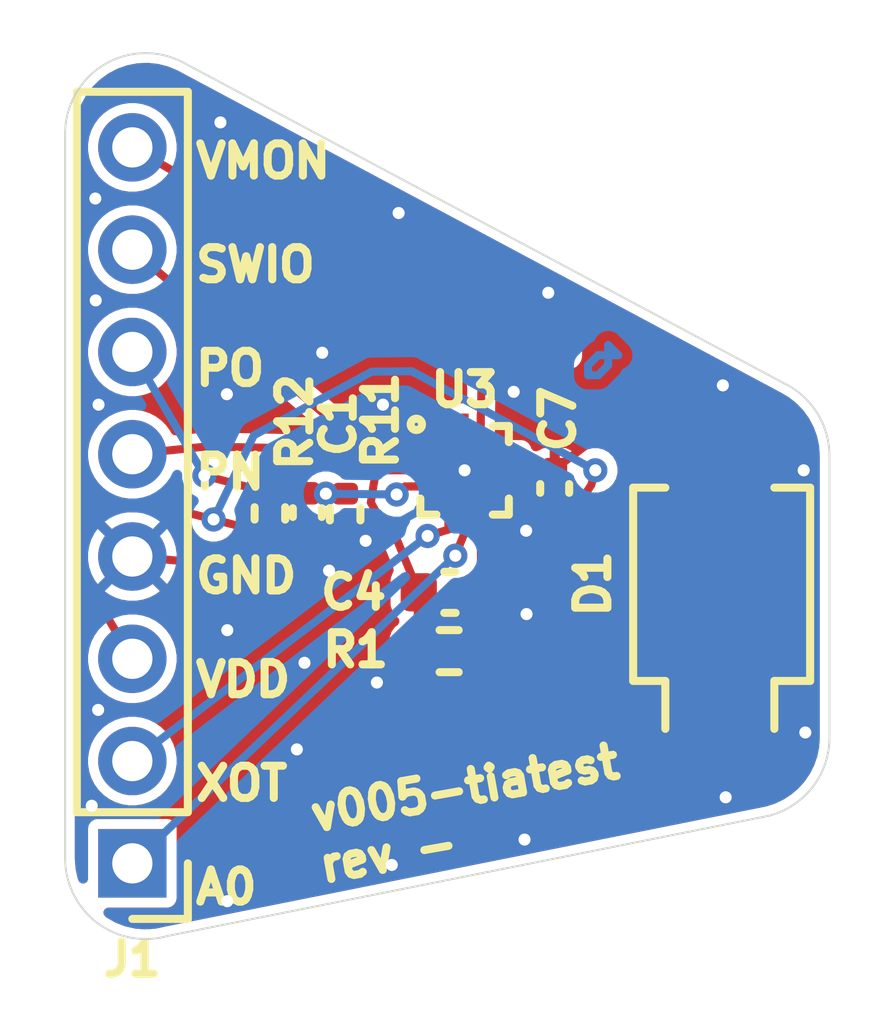
<source format=kicad_pcb>
(kicad_pcb (version 20241229) (generator "pcbnew") (generator_version "9.0")
  (layers (0 "F.Cu" signal) (2 "B.Cu" signal) (13 "F.Paste" user) (15 "B.Paste" user) (5 "F.SilkS" user "F.Silkscreen") (7 "B.SilkS" user "B.Silkscreen") (1 "F.Mask" user) (3 "B.Mask" user) (25 "Edge.Cuts" user))
  (net 0 "")
  (net 1 "GND")
  (net 2 "Net-(D1-K)")
  (net 3 "VDD")
  (net 4 "VMON")
  (net 5 "XOT")
  (net 7 "A0")
  (net 9 "SLAVESWIO")
  (net 11 "Net-(J1-Pin_6)")
  (net 12 "Net-(J1-Pin_5)")
  (footprint "Capacitor_SMD:C_0603_1608Metric" (layer "F.Cu") (at 121.565 88.39 180)
    (property "Reference" "C4" (at 2.395 0 0) (layer "F.SilkS") (effects (font (size 0.8 0.8) (thickness 0.2))))
    (property "Value" "4.7p")
    (fp_line (start -0.14058 0.51) (end 0.14058 0.51) (stroke (width 0.2)) (layer "F.SilkS"))
    (fp_line (start -0.14058 -0.51) (end 0.14058 -0.51) (stroke (width 0.2)) (layer "F.SilkS"))
    (pad "1" smd roundrect (at -0.775 0 180) (size 0.9 0.95) (layers "F.Cu" "F.Mask" "F.Paste") (net 2 "Net-(D1-K)"))
    (pad "2" smd roundrect (at 0.775 0 180) (size 0.9 0.95) (layers "F.Cu" "F.Mask" "F.Paste") (net 12 "Net-(J1-Pin_5)"))
  )
  (footprint "Resistor_SMD:R_0402_1005Metric" (layer "F.Cu") (at 118.96 86.45 -90)
    (property "Reference" "R11" (at -2.33 -0.88 90) (layer "F.SilkS") (effects (font (size 0.8 0.8) (thickness 0.2))))
    (property "Value" "5.1k")
    (fp_line (start -0.153641 0.38) (end 0.153641 0.38) (stroke (width 0.2)) (layer "F.SilkS"))
    (fp_line (start -0.153641 -0.38) (end 0.153641 -0.38) (stroke (width 0.2)) (layer "F.SilkS"))
    (pad "1" smd roundrect (at -0.51 0 270) (size 0.54 0.64) (layers "F.Cu" "F.Mask" "F.Paste") (net 11 "Net-(J1-Pin_6)"))
    (pad "2" smd roundrect (at 0.51 0 270) (size 0.54 0.64) (layers "F.Cu" "F.Mask" "F.Paste") (net 1 "GND"))
  )
  (footprint "Resistor_SMD:R_0402_1005Metric" (layer "F.Cu") (at 117.09 86.43 90)
    (property "Reference" "R12" (at 2.27 0.62 90) (layer "F.SilkS") (effects (font (size 0.8 0.8) (thickness 0.2))))
    (property "Value" "5.1k")
    (fp_line (start -0.153641 -0.38) (end 0.153641 -0.38) (stroke (width 0.2)) (layer "F.SilkS"))
    (fp_line (start -0.153641 0.38) (end 0.153641 0.38) (stroke (width 0.2)) (layer "F.SilkS"))
    (pad "1" smd roundrect (at -0.51 0 90) (size 0.54 0.64) (layers "F.Cu" "F.Mask" "F.Paste") (net 3 "VDD"))
    (pad "2" smd roundrect (at 0.51 0 90) (size 0.54 0.64) (layers "F.Cu" "F.Mask" "F.Paste") (net 11 "Net-(J1-Pin_6)"))
  )
  (footprint "Capacitor_SMD:C_0402_1005Metric" (layer "F.Cu") (at 118.02 86.41 -90)
    (property "Reference" "C1" (at -2.21 -0.77 90) (layer "F.SilkS") (effects (font (size 0.8 0.8) (thickness 0.2))))
    (property "Value" "0.1u")
    (fp_line (start -0.107836 0.36) (end 0.107836 0.36) (stroke (width 0.2)) (layer "F.SilkS"))
    (fp_line (start -0.107836 -0.36) (end 0.107836 -0.36) (stroke (width 0.2)) (layer "F.SilkS"))
    (pad "1" smd roundrect (at -0.48 0 270) (size 0.56 0.62) (layers "F.Cu" "F.Mask" "F.Paste") (net 11 "Net-(J1-Pin_6)"))
    (pad "2" smd roundrect (at 0.48 0 270) (size 0.56 0.62) (layers "F.Cu" "F.Mask" "F.Paste") (net 1 "GND"))
  )
  (footprint "cnhardware:QFN-12-P0.4-WCH" (layer "F.Cu") (at 121.93 85.36)
    (property "Reference" "U3" (at 0 -2 0) (layer "F.SilkS") (effects (font (size 0.8 0.8) (thickness 0.2) (bold yes))))
    (property "Value" "~")
    (fp_line (start -1.1 1.1) (end -1.1 0.7) (stroke (width 0.2)) (layer "F.SilkS"))
    (fp_line (start -0.7 1.1) (end -1.1 1.1) (stroke (width 0.2)) (layer "F.SilkS"))
    (fp_line (start 0.7 -1.1) (end 1.1 -1.1) (stroke (width 0.2)) (layer "F.SilkS"))
    (fp_line (start 1.1 -1.1) (end 1.1 -0.7) (stroke (width 0.2)) (layer "F.SilkS"))
    (fp_line (start 1.1 0.7) (end 1.1 1.1) (stroke (width 0.2)) (layer "F.SilkS"))
    (fp_line (start 1.1 1.1) (end 0.7 1.1) (stroke (width 0.2)) (layer "F.SilkS"))
    (fp_circle (center -1.2 -1.141421) (end -1.1 -1.041421) (stroke (width 0.2)) (fill no) (layer "F.SilkS"))
    (pad "1" smd roundrect (at -0.4 1.1) (size 0.2 0.62) (layers "F.Cu" "F.Mask" "F.Paste") (roundrect_rratio 0.1) (net 5 "XOT"))
    (pad "2" smd roundrect (at 0 1.1 180) (size 0.2 0.62) (layers "F.Cu" "F.Mask" "F.Paste") (roundrect_rratio 0.1) (net 7 "A0"))
    (pad "3" smd roundrect (at 0.4 1.1 180) (size 0.2 0.62) (layers "F.Cu" "F.Mask" "F.Paste") (roundrect_rratio 0.1) (net 2 "Net-(D1-K)"))
    (pad "4" smd roundrect (at 1.1 0.4 90) (size 0.2 0.62) (layers "F.Cu" "F.Mask" "F.Paste") (roundrect_rratio 0.1) (net 3 "VDD"))
    (pad "5" smd roundrect (at 1.1 0 90) (size 0.2 0.62) (layers "F.Cu" "F.Mask" "F.Paste") (roundrect_rratio 0.1) (net 1 "GND"))
    (pad "6" smd roundrect (at 1.1 -0.4 90) (size 0.2 0.62) (layers "F.Cu" "F.Mask" "F.Paste") (roundrect_rratio 0.1))
    (pad "7" smd roundrect (at 0.4 -1.1 180) (size 0.2 0.62) (layers "F.Cu" "F.Mask" "F.Paste") (roundrect_rratio 0.1) (net 4 "VMON"))
    (pad "8" smd roundrect (at 0 -1.1 180) (size 0.2 0.62) (layers "F.Cu" "F.Mask" "F.Paste") (roundrect_rratio 0.1))
    (pad "9" smd roundrect (at -0.4 -1.1 180) (size 0.2 0.62) (layers "F.Cu" "F.Mask" "F.Paste") (roundrect_rratio 0.1))
    (pad "10" smd roundrect (at -1.1 -0.4 270) (size 0.2 0.62) (layers "F.Cu" "F.Mask" "F.Paste") (roundrect_rratio 0.1) (net 9 "SLAVESWIO"))
    (pad "11" smd roundrect (at -1.1 0 270) (size 0.2 0.62) (layers "F.Cu" "F.Mask" "F.Paste") (roundrect_rratio 0.1) (net 12 "Net-(J1-Pin_5)"))
    (pad "12" smd roundrect (at -1.1 0.4 270) (size 0.2 0.62) (layers "F.Cu" "F.Mask" "F.Paste") (roundrect_rratio 0.1) (net 11 "Net-(J1-Pin_6)"))
    (pad "13" smd roundrect (at 0 0 270) (size 1.1 1.1) (layers "F.Cu" "F.Mask" "F.Paste") (roundrect_rratio 0.05) (net 1 "GND"))
  )
  (footprint "Capacitor_SMD:C_0402_1005Metric" (layer "F.Cu") (at 124.17 85.81 90)
    (property "Reference" "C7" (at 1.73 0.08 90) (layer "F.SilkS") (effects (font (size 0.8 0.8) (thickness 0.2))))
    (property "Value" "0.1u")
    (fp_line (start -0.107836 -0.36) (end 0.107836 -0.36) (stroke (width 0.2)) (layer "F.SilkS"))
    (fp_line (start -0.107836 0.36) (end 0.107836 0.36) (stroke (width 0.2)) (layer "F.SilkS"))
    (pad "1" smd roundrect (at -0.48 0 90) (size 0.56 0.62) (layers "F.Cu" "F.Mask" "F.Paste") (net 3 "VDD"))
    (pad "2" smd roundrect (at 0.48 0 90) (size 0.56 0.62) (layers "F.Cu" "F.Mask" "F.Paste") (net 1 "GND"))
  )
  (footprint "Resistor_SMD:R_0603_1608Metric" (layer "F.Cu") (at 121.545 89.85)
    (property "Reference" "R1" (at -2.325 -0.03 0) (layer "F.SilkS") (effects (font (size 0.8 0.8) (thickness 0.2))))
    (property "Value" "1M")
    (fp_line (start -0.237258 -0.5225) (end 0.237258 -0.5225) (stroke (width 0.2)) (layer "F.SilkS"))
    (fp_line (start -0.237258 0.5225) (end 0.237258 0.5225) (stroke (width 0.2)) (layer "F.SilkS"))
    (pad "1" smd roundrect (at -0.825 0) (size 0.8 0.95) (layers "F.Cu" "F.Mask" "F.Paste") (net 12 "Net-(J1-Pin_5)"))
    (pad "2" smd roundrect (at 0.825 0) (size 0.8 0.95) (layers "F.Cu" "F.Mask" "F.Paste") (net 2 "Net-(D1-K)"))
  )
  (footprint "Connector_PinHeader_2.54mm:PinHeader_1x08_P2.54mm_Vertical" (layer "F.Cu") (at 113.67 95.12 180)
    (property "Reference" "J1" (at 0 -2.38 0) (layer "F.SilkS") (effects (font (size 0.8 0.8) (thickness 0.2))))
    (property "Value" "HDR")
    (fp_line (start 1.38 1.27) (end 1.38 19.16) (stroke (width 0.2)) (layer "F.SilkS"))
    (fp_line (start -1.38 19.16) (end 1.38 19.16) (stroke (width 0.2)) (layer "F.SilkS"))
    (fp_line (start -1.38 1.27) (end 1.38 1.27) (stroke (width 0.2)) (layer "F.SilkS"))
    (fp_line (start -1.38 1.27) (end -1.38 19.16) (stroke (width 0.2)) (layer "F.SilkS"))
    (fp_line (start -1.38 0) (end -1.38 -1.38) (stroke (width 0.2)) (layer "F.SilkS"))
    (fp_line (start -1.38 -1.38) (end 0 -1.38) (stroke (width 0.2)) (layer "F.SilkS"))
    (pad "1" thru_hole rect (at 0 0 180) (size 1.7 1.7) (drill 1) (layers "*.Cu" "*.Mask") (net 7 "A0"))
    (pad "2" thru_hole circle (at 0 2.54 180) (size 1.7 1.7) (drill 1) (layers "*.Cu" "*.Mask") (net 5 "XOT"))
    (pad "3" thru_hole circle (at 0 5.08 180) (size 1.7 1.7) (drill 1) (layers "*.Cu" "*.Mask") (net 3 "VDD"))
    (pad "4" thru_hole circle (at 0 7.62 180) (size 1.7 1.7) (drill 1) (layers "*.Cu" "*.Mask") (net 1 "GND"))
    (pad "5" thru_hole circle (at 0 10.16 180) (size 1.7 1.7) (drill 1) (layers "*.Cu" "*.Mask") (net 12 "Net-(J1-Pin_5)"))
    (pad "6" thru_hole circle (at 0 12.7 180) (size 1.7 1.7) (drill 1) (layers "*.Cu" "*.Mask") (net 11 "Net-(J1-Pin_6)"))
    (pad "7" thru_hole circle (at 0 15.24 180) (size 1.7 1.7) (drill 1) (layers "*.Cu" "*.Mask") (net 9 "SLAVESWIO"))
    (pad "8" thru_hole circle (at 0 17.78 180) (size 1.7 1.7) (drill 1) (layers "*.Cu" "*.Mask") (net 4 "VMON"))
  )
  (footprint "OptoDevice:Osram_BPW34S-SMD" (layer "F.Cu") (at 128.32 88.19 90)
    (property "Reference" "D1" (at 0.01 -3.2 90) (layer "F.SilkS") (effects (font (size 0.8 0.8) (thickness 0.2))))
    (property "Value" "BPW34-SMD")
    (fp_line (start 2.4 -2.2) (end -2.4 -2.2) (stroke (width 0.2)) (layer "F.SilkS"))
    (fp_line (start -2.4 -2.2) (end -2.4 -1.4) (stroke (width 0.2)) (layer "F.SilkS"))
    (fp_line (start 2.4 -1.4) (end 2.4 -2.2) (stroke (width 0.2)) (layer "F.SilkS"))
    (fp_line (start -2.41 -1.4) (end -3.59 -1.4) (stroke (width 0.2)) (layer "F.SilkS"))
    (fp_line (start -2.4 1.31) (end -2.4 2.2) (stroke (width 0.2)) (layer "F.SilkS"))
    (fp_line (start -3.59 1.31) (end -2.4 1.31) (stroke (width 0.2)) (layer "F.SilkS"))
    (fp_line (start 2.4 2.2) (end 2.4 1.31) (stroke (width 0.2)) (layer "F.SilkS"))
    (fp_line (start -2.4 2.2) (end 2.4 2.2) (stroke (width 0.2)) (layer "F.SilkS"))
    (pad "1" smd roundrect (at -3.05 0 270) (size 1.4 2) (layers "F.Cu" "F.Mask") (roundrect_rratio 0.125) (net 2 "Net-(D1-K)"))
    (pad "2" smd roundrect (at 3.05 0 270) (size 1.4 1.2) (layers "F.Cu" "F.Mask") (roundrect_rratio 0.125) (net 1 "GND"))
  )
  (gr_line (start 129.485071 93.940285) (end 114.549442 96.923047) (stroke (width 0.05)) (layer "Edge.Cuts"))
  (gr_arc (start 131 92) (mid 130.576411 93.230825) (end 129.485071 93.940285) (stroke (width 0.05)) (layer "Edge.Cuts"))
  (gr_arc (start 112 77) (mid 112.948538 75.298698) (end 114.894427 75.211146) (stroke (width 0.05)) (layer "Edge.Cuts"))
  (gr_line (start 114.894427 75.211146) (end 129.894427 83.211147) (stroke (width 0.05)) (layer "Edge.Cuts"))
  (gr_arc (start 114.549442 96.923048) (mid 112.795609 96.596697) (end 112 95) (stroke (width 0.05)) (layer "Edge.Cuts"))
  (gr_line (start 131 85) (end 131 92) (stroke (width 0.05)) (layer "Edge.Cuts"))
  (gr_line (start 112 95) (end 112 77) (stroke (width 0.05)) (layer "Edge.Cuts"))
  (gr_arc (start 129.894427 83.211146) (mid 130.701301 83.948538) (end 131 85) (stroke (width 0.05)) (layer "Edge.Cuts"))
  (gr_text "v005-tiatest\nrev -" (at 118.32 95.67 10) (layer "F.SilkS") (effects (font (size 0.8 0.8) (thickness 0.2) (bold yes)) (justify left bottom)))
  (gr_text "VMON\n\nSWIO\n\nPO\n\nPN\n\nGND\n\nVDD\n\nXOT\n\nA0" (at 115.15 96.18 0) (layer "F.SilkS") (effects (font (size 0.8 0.8) (thickness 0.2) (bold yes)) (justify left bottom)))
  (segment (start 124.5 82.25) (end 124.25 82) (width 0.2) (layer "F.Cu") (net 0))
  (segment (start 124 81.75) (end 124 82.25) (width 0.2) (layer "F.Cu") (net 0))
  (segment (start 124 82.25) (end 124.25 82.5) (width 0.2) (layer "F.Cu") (net 0))
  (segment (start 124.5 82.5) (end 124.5 82.25) (width 0.2) (layer "F.Cu") (net 0))
  (segment (start 124.25 82.5) (end 124.5 82.5) (width 0.2) (layer "F.Cu") (net 0))
  (segment (start 124.25 82) (end 123.75 82) (width 0.2) (layer "F.Cu") (net 0))
  (segment (start 123.75 82) (end 124 81.75) (width 0.2) (layer "F.Cu") (net 0))
  (segment (start 125.25 82.5) (end 125.75 82.5) (width 0.2) (layer "B.Cu") (net 0))
  (segment (start 125.5 82.25) (end 125.5 82.75) (width 0.2) (layer "B.Cu") (net 0))
  (segment (start 125.5 82.75) (end 125.25 83) (width 0.2) (layer "B.Cu") (net 0))
  (segment (start 125 82.75) (end 125.25 82.5) (width 0.2) (layer "B.Cu") (net 0))
  (segment (start 125.75 82.5) (end 125.5 82.25) (width 0.2) (layer "B.Cu") (net 0))
  (segment (start 125.25 83) (end 125 83) (width 0.2) (layer "B.Cu") (net 0))
  (segment (start 125 83) (end 125 82.75) (width 0.2) (layer "B.Cu") (net 0))
  (segment (start 123.52 85.36) (end 123.03 85.36) (width 0.2) (layer "F.Cu") (net 1))
  (segment (start 124.96 84.73) (end 125.49 84.64) (width 0.2) (layer "F.Cu") (net 1))
  (segment (start 118.96 86.96) (end 119.47 87.11) (width 0.2) (layer "F.Cu") (net 1))
  (segment (start 118.96 86.96) (end 118.02 86.89) (width 0.2) (layer "F.Cu") (net 1))
  (segment (start 123.03 85.36) (end 121.93 85.36) (width 0.2) (layer "F.Cu") (net 1))
  (segment (start 113.67 87.5) (end 116.74 87.78) (width 0.2) (layer "F.Cu") (net 1))
  (segment (start 124.17 85.33) (end 124.96 84.73) (width 0.2) (layer "F.Cu") (net 1))
  (segment (start 124.17 85.33) (end 123.52 85.36) (width 0.2) (layer "F.Cu") (net 1))
  (segment (start 125.49 84.64) (end 128.32 85.14) (width 0.2) (layer "F.Cu") (net 1))
  (segment (start 117.83 87.61) (end 118.02 86.89) (width 0.2) (layer "F.Cu") (net 1))
  (segment (start 116.74 87.78) (end 117.83 87.61) (width 0.2) (layer "F.Cu") (net 1))
  (via (at 116.03 89.33) (size 0.6) (drill 0.3) (layers "F.Cu" "B.Cu") (net 1))
  (via (at 123.46 86.86) (size 0.6) (drill 0.3) (layers "F.Cu" "B.Cu") (net 1))
  (via (at 119.47 87.11) (size 0.6) (drill 0.3) (layers "F.Cu" "B.Cu") (net 1))
  (via (at 112.83 83.73) (size 0.6) (drill 0.3) (layers "F.Cu" "B.Cu") (net 1))
  (via (at 118.39 82.44) (size 0.6) (drill 0.3) (layers "F.Cu" "B.Cu") (net 1))
  (via (at 121.93 85.36) (size 0.6) (drill 0.3) (layers "F.Cu" "B.Cu") (net 1))
  (via (at 124.01 80.95) (size 0.6) (drill 0.3) (layers "F.Cu" "B.Cu") (net 1))
  (via (at 118.56 87.85) (size 0.6) (drill 0.3) (layers "F.Cu" "B.Cu") (net 1))
  (via (at 112.76 81.14) (size 0.6) (drill 0.3) (layers "F.Cu" "B.Cu") (net 1))
  (via (at 123.15 83.41) (size 0.6) (drill 0.3) (layers "F.Cu" "B.Cu") (net 1))
  (via (at 112.82 91.31) (size 0.6) (drill 0.3) (layers "F.Cu" "B.Cu") (net 1))
  (via (at 116.02 83.47) (size 0.6) (drill 0.3) (layers "F.Cu" "B.Cu") (net 1))
  (via (at 130.4 91.87) (size 0.6) (drill 0.3) (layers "F.Cu" "B.Cu") (net 1))
  (via (at 123.42 94.53) (size 0.6) (drill 0.3) (layers "F.Cu" "B.Cu") (net 1))
  (via (at 112.75 78.61) (size 0.6) (drill 0.3) (layers "F.Cu" "B.Cu") (net 1))
  (via (at 119.75 90.63) (size 0.6) (drill 0.3) (layers "F.Cu" "B.Cu") (net 1))
  (via (at 123.47 88.93) (size 0.6) (drill 0.3) (layers "F.Cu" "B.Cu") (net 1))
  (via (at 128.42 93.48) (size 0.6) (drill 0.3) (layers "F.Cu" "B.Cu") (net 1))
  (via (at 120.12 95.16) (size 0.6) (drill 0.3) (layers "F.Cu" "B.Cu") (net 1))
  (via (at 128.35 83.25) (size 0.6) (drill 0.3) (layers "F.Cu" "B.Cu") (net 1))
  (via (at 112.66 93.69) (size 0.6) (drill 0.3) (layers "F.Cu" "B.Cu") (net 1))
  (via (at 130.36 85.36) (size 0.6) (drill 0.3) (layers "F.Cu" "B.Cu") (net 1))
  (via (at 116.03 96.06) (size 0.6) (drill 0.3) (layers "F.Cu" "B.Cu") (net 1))
  (via (at 115.86 76.72) (size 0.6) (drill 0.3) (layers "F.Cu" "B.Cu") (net 1))
  (via (at 117.76 92.29) (size 0.6) (drill 0.3) (layers "F.Cu" "B.Cu") (net 1))
  (via (at 119.9 83.73) (size 0.6) (drill 0.3) (layers "F.Cu" "B.Cu") (net 1))
  (via (at 120.29 78.97) (size 0.6) (drill 0.3) (layers "F.Cu" "B.Cu") (net 1))
  (via (at 117.95 90.14) (size 0.6) (drill 0.3) (layers "F.Cu" "B.Cu") (net 1))
  (segment (start 120.83 86.35) (end 121.93 85.36) (width 0.2) (layer "B.Cu") (net 1))
  (segment (start 119.47 87.11) (end 120.83 86.35) (width 0.2) (layer "B.Cu") (net 1))
  (segment (start 128.32 91.24) (end 122.37 89.85) (width 0.2) (layer "F.Cu") (net 2))
  (segment (start 122.33 86.46) (end 122.34 88.39) (width 0.2) (layer "F.Cu") (net 2))
  (segment (start 122.34 88.39) (end 122.37 89.85) (width 0.2) (layer "F.Cu") (net 2))
  (segment (start 114.68 86.32) (end 115.69 86.579834) (width 0.2) (layer "F.Cu") (net 3))
  (segment (start 113.67 90.04) (end 112.43 87.98) (width 0.2) (layer "F.Cu") (net 3))
  (segment (start 112.4 86.98) (end 112.72 86.47) (width 0.2) (layer "F.Cu") (net 3))
  (segment (start 113.28 86.3) (end 114.68 86.32) (width 0.2) (layer "F.Cu") (net 3))
  (segment (start 123.03 85.76) (end 123.41 85.76) (width 0.2) (layer "F.Cu") (net 3))
  (segment (start 112.43 87.98) (end 112.4 86.98) (width 0.2) (layer "F.Cu") (net 3))
  (segment (start 125.18 85.36) (end 125.08 85.72) (width 0.2) (layer "F.Cu") (net 3))
  (segment (start 125.08 85.72) (end 124.74 86.24) (width 0.2) (layer "F.Cu") (net 3))
  (segment (start 124.74 86.24) (end 124.17 86.29) (width 0.2) (layer "F.Cu") (net 3))
  (segment (start 115.69 86.579834) (end 117.09 86.94) (width 0.2) (layer "F.Cu") (net 3))
  (segment (start 123.41 85.76) (end 124.17 86.29) (width 0.2) (layer "F.Cu") (net 3))
  (segment (start 112.72 86.47) (end 113.28 86.3) (width 0.2) (layer "F.Cu") (net 3))
  (via (at 125.18 85.36) (size 0.6) (drill 0.3) (layers "F.Cu" "B.Cu") (net 3))
  (via (at 115.69 86.579834) (size 0.6) (drill 0.3) (layers "F.Cu" "B.Cu") (net 3))
  (segment (start 119.62 82.91) (end 116.69 84.49) (width 0.2) (layer "B.Cu") (net 3))
  (segment (start 116.69 84.49) (end 115.69 86.579834) (width 0.2) (layer "B.Cu") (net 3))
  (segment (start 125.18 85.36) (end 120.62 82.9) (width 0.2) (layer "B.Cu") (net 3))
  (segment (start 120.62 82.9) (end 119.62 82.91) (width 0.2) (layer "B.Cu") (net 3))
  (segment (start 122.1 82.61) (end 121.49 81.87) (width 0.2) (layer "F.Cu") (net 4))
  (segment (start 121.49 81.87) (end 113.67 77.34) (width 0.2) (layer "F.Cu") (net 4))
  (segment (start 122.35 83.21) (end 122.1 82.61) (width 0.2) (layer "F.Cu") (net 4))
  (segment (start 122.33 84.26) (end 122.35 83.21) (width 0.2) (layer "F.Cu") (net 4))
  (segment (start 121.53 86.83) (end 121.01 86.99) (width 0.2) (layer "F.Cu") (net 5))
  (segment (start 121.53 86.46) (end 121.53 86.83) (width 0.2) (layer "F.Cu") (net 5))
  (via (at 121.01 86.99) (size 0.6) (drill 0.3) (layers "F.Cu" "B.Cu") (net 5))
  (segment (start 121.01 86.99) (end 113.67 92.58) (width 0.2) (layer "B.Cu") (net 5))
  (segment (start 121.93 86.46) (end 121.93 86.91) (width 0.2) (layer "F.Cu") (net 7))
  (segment (start 121.93 86.91) (end 121.7 87.48) (width 0.2) (layer "F.Cu") (net 7))
  (via (at 121.7 87.48) (size 0.6) (drill 0.3) (layers "F.Cu" "B.Cu") (net 7))
  (segment (start 121.7 87.48) (end 113.67 95.12) (width 0.2) (layer "B.Cu") (net 7))
  (segment (start 113.67 79.88) (end 118.6 84.1) (width 0.2) (layer "F.Cu") (net 9))
  (segment (start 119.55 84.79) (end 120.16 84.96) (width 0.2) (layer "F.Cu") (net 9))
  (segment (start 120.16 84.96) (end 120.83 84.96) (width 0.2) (layer "F.Cu") (net 9))
  (segment (start 118.6 84.1) (end 119.55 84.79) (width 0.2) (layer "F.Cu") (net 9))
  (segment (start 118.02 85.93) (end 118.48 85.94) (width 0.2) (layer "F.Cu") (net 11))
  (segment (start 118.48 85.94) (end 118.96 85.94) (width 0.2) (layer "F.Cu") (net 11))
  (segment (start 120.24 85.96) (end 120.19 85.91) (width 0.2) (layer "F.Cu") (net 11))
  (segment (start 117.09 85.92) (end 118.02 85.93) (width 0.2) (layer "F.Cu") (net 11))
  (segment (start 117.09 85.92) (end 115.46 85.49) (width 0.2) (layer "F.Cu") (net 11))
  (segment (start 120.19 85.91) (end 120.45 85.76) (width 0.2) (layer "F.Cu") (net 11))
  (segment (start 120.45 85.76) (end 120.83 85.76) (width 0.2) (layer "F.Cu") (net 11))
  (via (at 120.24 85.96) (size 0.6) (drill 0.3) (layers "F.Cu" "B.Cu") (net 11))
  (via (at 115.46 85.49) (size 0.6) (drill 0.3) (layers "F.Cu" "B.Cu") (net 11))
  (via (at 118.48 85.94) (size 0.6) (drill 0.3) (layers "F.Cu" "B.Cu") (net 11))
  (segment (start 120.24 85.96) (end 118.48 85.94) (width 0.2) (layer "B.Cu") (net 11))
  (segment (start 115.46 85.49) (end 113.67 82.42) (width 0.2) (layer "B.Cu") (net 11))
  (segment (start 119.62 85.36) (end 119.06 85.28) (width 0.2) (layer "F.Cu") (net 12))
  (segment (start 118.65 85.03) (end 118.11 84.82) (width 0.2) (layer "F.Cu") (net 12))
  (segment (start 120.79 88.39) (end 120.72 89.85) (width 0.2) (layer "F.Cu") (net 12))
  (segment (start 119.74 85.36) (end 119.62 85.36) (width 0.2) (layer "F.Cu") (net 12))
  (segment (start 115.5 84.77) (end 113.67 84.96) (width 0.2) (layer "F.Cu") (net 12))
  (segment (start 120.13 86.8) (end 119.76 86.45) (width 0.2) (layer "F.Cu") (net 12))
  (segment (start 120.83 85.36) (end 119.74 85.36) (width 0.2) (layer "F.Cu") (net 12))
  (segment (start 118.11 84.82) (end 115.5 84.77) (width 0.2) (layer "F.Cu") (net 12))
  (segment (start 120.79 88.39) (end 120.13 86.8) (width 0.2) (layer "F.Cu") (net 12))
  (segment (start 119.76 86.45) (end 119.6 86.16) (width 0.2) (layer "F.Cu") (net 12))
  (segment (start 119.6 86.16) (end 119.67 85.7) (width 0.2) (layer "F.Cu") (net 12))
  (segment (start 119.67 85.7) (end 119.74 85.36) (width 0.2) (layer "F.Cu") (net 12))
  (segment (start 119.06 85.28) (end 118.65 85.03) (width 0.2) (layer "F.Cu") (net 12))
  (zone (net 1) (net_name "GND") (layers "F.Cu" "B.Cu") (connect_pads (clearance 0.25)) (min_thickness 0.25) (fill yes (thermal_gap 0.25) (thermal_bridge_width 0.25))
    (polygon (pts (xy 110.38 73.75) (xy 132.58 73.68) (xy 132.58 99.11) (xy 110.45 99.11)))
  )
)
</source>
